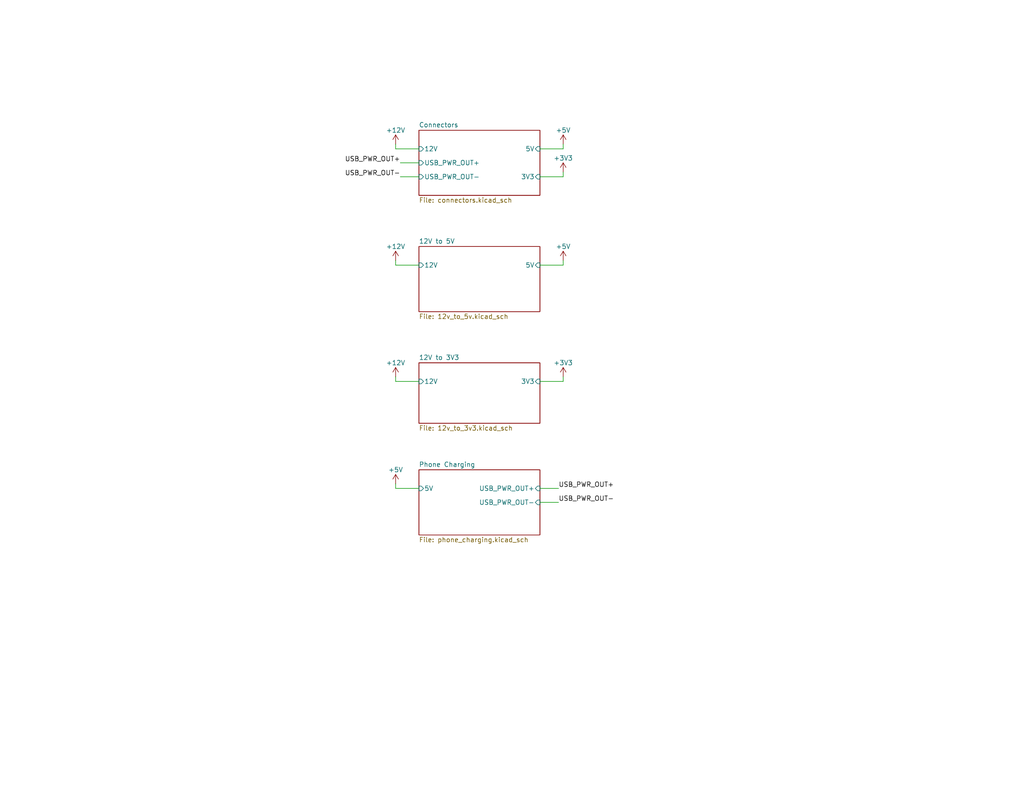
<source format=kicad_sch>
(kicad_sch (version 20250114) (generator "eeschema") (generator_version "9.0")
  (paper "USLetter")
  (title_block (title "ROAMR power") (date "2026-01-18") (rev "1.0"))
  (lib_symbols
    (symbol "power:+12V" (power) (pin_numbers (hide yes)) (pin_names (offset 0) (hide yes))
      (property "Value" "+12V" (at 0 3.556 0))
      (symbol "+12V_0_1"
        (polyline (pts (xy -0.762 1.27) (xy 0 2.54)))
        (polyline (pts (xy 0 2.54) (xy 0.762 1.27)))
        (polyline (pts (xy 0 0) (xy 0 2.54)))
      )
      (symbol "+12V_1_1"
        (pin power_in line (at 0 0 90) (length 0) (name "~") (number "1"))
      )
    )
    (symbol "power:+5V" (power) (pin_numbers (hide yes)) (pin_names (offset 0) (hide yes))
      (property "Value" "+5V" (at 0 3.556 0))
      (symbol "+5V_0_1"
        (polyline (pts (xy -0.762 1.27) (xy 0 2.54)))
        (polyline (pts (xy 0 2.54) (xy 0.762 1.27)))
        (polyline (pts (xy 0 0) (xy 0 2.54)))
      )
      (symbol "+5V_1_1"
        (pin power_in line (at 0 0 90) (length 0) (name "~") (number "1"))
      )
    )
  )
  (wire (pts (xy 107.95 102.87) (xy 107.95 104.14)))
  (wire (pts (xy 147.32 133.35) (xy 152.4 133.35)))
  (wire (pts (xy 107.95 104.14) (xy 114.3 104.14)))
  (wire (pts (xy 153.67 104.14) (xy 147.32 104.14)))
  (wire (pts (xy 107.95 72.39) (xy 114.3 72.39)))
  (wire (pts (xy 153.67 48.26) (xy 147.32 48.26)))
  (wire (pts (xy 109.22 44.45) (xy 114.3 44.45)))
  (wire (pts (xy 153.67 40.64) (xy 153.67 39.37)))
  (wire (pts (xy 109.22 48.26) (xy 114.3 48.26)))
  (wire (pts (xy 107.95 71.12) (xy 107.95 72.39)))
  (wire (pts (xy 153.67 71.12) (xy 153.67 72.39)))
  (wire (pts (xy 153.67 102.87) (xy 153.67 104.14)))
  (wire (pts (xy 153.67 72.39) (xy 147.32 72.39)))
  (wire (pts (xy 153.67 40.64) (xy 147.32 40.64)))
  (wire (pts (xy 107.95 40.64) (xy 114.3 40.64)))
  (wire (pts (xy 147.32 137.16) (xy 152.4 137.16)))
  (wire (pts (xy 107.95 133.35) (xy 114.3 133.35)))
  (wire (pts (xy 107.95 39.37) (xy 107.95 40.64)))
  (wire (pts (xy 153.67 46.99) (xy 153.67 48.26)))
  (wire (pts (xy 107.95 132.08) (xy 107.95 133.35)))
  (label "USB_PWR_OUT-" (at 109.22 48.26 180))
  (label "USB_PWR_OUT+" (at 152.4 133.35 0))
  (label "USB_PWR_OUT-" (at 152.4 137.16 0))
  (label "USB_PWR_OUT+" (at 109.22 44.45 180))
  (symbol (lib_id "power:+5V") (at 153.67 46.99 0) (unit 1)
    (property "Reference" "#PWR010" (effects (hide yes)))
    (property "Value" "+3V3" (at 153.67 43.18 0))
    (property "Description" "Power symbol creates a global label with name \"+5V\"" (effects (hide yes)))
  )
  (symbol (lib_id "power:+12V") (at 107.95 39.37 0) (unit 1)
    (property "Reference" "#PWR08" (effects (hide yes)))
    (property "Value" "+12V" (at 107.95 35.56 0))
    (property "Description" "Power symbol creates a global label with name \"+12V\"" (effects (hide yes)))
  )
  (symbol (lib_id "power:+5V") (at 153.67 39.37 0) (unit 1)
    (property "Reference" "#PWR09" (effects (hide yes)))
    (property "Value" "+5V" (at 153.67 35.56 0))
    (property "Description" "Power symbol creates a global label with name \"+5V\"" (effects (hide yes)))
  )
  (symbol (lib_id "power:+5V") (at 107.95 132.08 0) (unit 1)
    (property "Reference" "#PWR05" (effects (hide yes)))
    (property "Value" "+5V" (at 107.95 128.27 0))
    (property "Description" "Power symbol creates a global label with name \"+5V\"" (effects (hide yes)))
  )
  (symbol (lib_id "power:+5V") (at 153.67 71.12 0) (unit 1)
    (property "Reference" "#PWR01" (effects (hide yes)))
    (property "Value" "+5V" (at 153.67 67.31 0))
    (property "Description" "Power symbol creates a global label with name \"+5V\"" (effects (hide yes)))
  )
  (symbol (lib_id "power:+12V") (at 107.95 102.87 0) (unit 1)
    (property "Reference" "#PWR06" (effects (hide yes)))
    (property "Value" "+12V" (at 107.95 99.06 0))
    (property "Description" "Power symbol creates a global label with name \"+12V\"" (effects (hide yes)))
  )
  (symbol (lib_id "power:+5V") (at 153.67 102.87 0) (unit 1)
    (property "Reference" "#PWR07" (effects (hide yes)))
    (property "Value" "+3V3" (at 153.67 99.06 0))
    (property "Description" "Power symbol creates a global label with name \"+5V\"" (effects (hide yes)))
  )
  (symbol (lib_id "power:+12V") (at 107.95 71.12 0) (unit 1)
    (property "Reference" "#PWR03" (effects (hide yes)))
    (property "Value" "+12V" (at 107.95 67.31 0))
    (property "Description" "Power symbol creates a global label with name \"+12V\"" (effects (hide yes)))
  )
  (sheet (at 114.3 67.31) (size 33.02 17.78) (stroke (width 0.1524))
    (property "Sheetname" "12V to 5V" (at 114.3 66.5984 0) (effects (justify left bottom)))
    (property "Sheetfile" "12v_to_5v.kicad_sch" (at 114.3 85.6746 0) (effects (justify left top)))
    (pin "5V" input (at 147.32 72.39 0))
    (pin "12V" input (at 114.3 72.39 180))
  )
  (sheet (at 114.3 99.06) (size 33.02 16.51) (stroke (width 0.1524))
    (property "Sheetname" "12V to 3V3" (at 114.3 98.3484 0) (effects (justify left bottom)))
    (property "Sheetfile" "12v_to_3v3.kicad_sch" (at 114.3 116.1546 0) (effects (justify left top)))
    (pin "3V3" input (at 147.32 104.14 0))
    (pin "12V" input (at 114.3 104.14 180))
  )
  (sheet (at 114.3 128.27) (size 33.02 17.78) (stroke (width 0.1524))
    (property "Sheetname" "Phone Charging" (at 114.3 127.5584 0) (effects (justify left bottom)))
    (property "Sheetfile" "phone_charging.kicad_sch" (at 114.3 146.6346 0) (effects (justify left top)))
    (pin "5V" input (at 114.3 133.35 180))
    (pin "USB_PWR_OUT+" input (at 147.32 133.35 0))
    (pin "USB_PWR_OUT-" input (at 147.32 137.16 0))
  )
  (sheet (at 114.3 35.56) (size 33.02 17.78) (stroke (width 0.1524))
    (property "Sheetname" "Connectors" (at 114.3 34.8484 0) (effects (justify left bottom)))
    (property "Sheetfile" "connectors.kicad_sch" (at 114.3 53.9246 0) (effects (justify left top)))
    (pin "3V3" input (at 147.32 48.26 0))
    (pin "5V" input (at 147.32 40.64 0))
    (pin "12V" input (at 114.3 40.64 180))
    (pin "USB_PWR_OUT+" input (at 114.3 44.45 180))
    (pin "USB_PWR_OUT-" input (at 114.3 48.26 180))
  )
)
</source>
